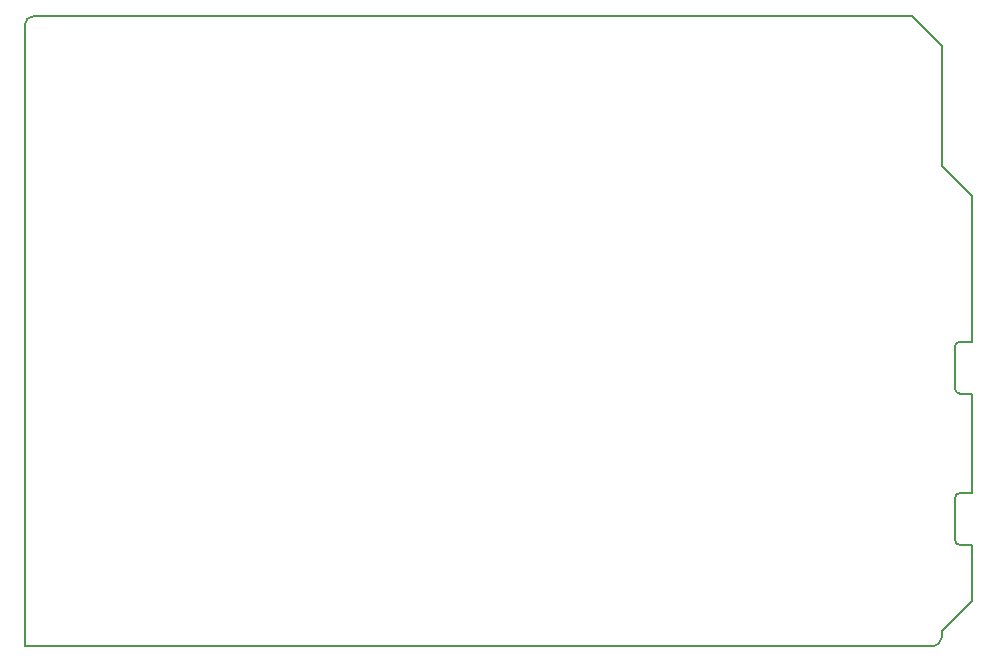
<source format=gbr>
%TF.GenerationSoftware,KiCad,Pcbnew,9.0.7*%
%TF.CreationDate,2026-02-04T16:38:47-07:00*%
%TF.ProjectId,Uno_Shield_DSP,556e6f5f-5368-4696-956c-645f4453502e,rev?*%
%TF.SameCoordinates,Original*%
%TF.FileFunction,Profile,NP*%
%FSLAX46Y46*%
G04 Gerber Fmt 4.6, Leading zero omitted, Abs format (unit mm)*
G04 Created by KiCad (PCBNEW 9.0.7) date 2026-02-04 16:38:47*
%MOMM*%
%LPD*%
G01*
G04 APERTURE LIST*
%TA.AperFunction,Profile*%
%ADD10C,0.150000*%
%TD*%
G04 APERTURE END LIST*
D10*
X167180000Y-74600001D02*
G75*
G02*
X167580000Y-74200000I400000J1D01*
G01*
X88400000Y-99989106D02*
X88400000Y-47410893D01*
X168580000Y-78600000D02*
X168580000Y-87020000D01*
X167580000Y-91420000D02*
X168580000Y-91420000D01*
X168580000Y-87020000D02*
X167580000Y-87020000D01*
X165278000Y-100000000D02*
X88400000Y-99989106D01*
X168580000Y-74200000D02*
X167580000Y-74200000D01*
X166040000Y-59360000D02*
X168580000Y-61900000D01*
X168580000Y-96190000D02*
X166040000Y-98730000D01*
X163500000Y-46660000D02*
X166040000Y-49200000D01*
X167180000Y-87420000D02*
X167180000Y-91020000D01*
X167580000Y-91420000D02*
G75*
G02*
X167180000Y-91020000I0J400000D01*
G01*
X166040000Y-99238000D02*
G75*
G02*
X165278000Y-100000000I-762000J0D01*
G01*
X167180000Y-74600000D02*
X167180002Y-78199998D01*
X163500000Y-46660000D02*
X89162000Y-46648900D01*
X168580000Y-91420000D02*
X168580000Y-96190000D01*
X167180000Y-87420000D02*
G75*
G02*
X167580000Y-87020000I400000J0D01*
G01*
X167580000Y-78600000D02*
X168580000Y-78600000D01*
X166040000Y-49200000D02*
X166040000Y-59360000D01*
X166040000Y-98730000D02*
X166040000Y-99238000D01*
X168580000Y-61900000D02*
X168580000Y-74200000D01*
X88400000Y-47410893D02*
G75*
G02*
X89162000Y-46648900I762000J-7D01*
G01*
X167580000Y-78600000D02*
G75*
G02*
X167180000Y-78200000I0J400000D01*
G01*
M02*

</source>
